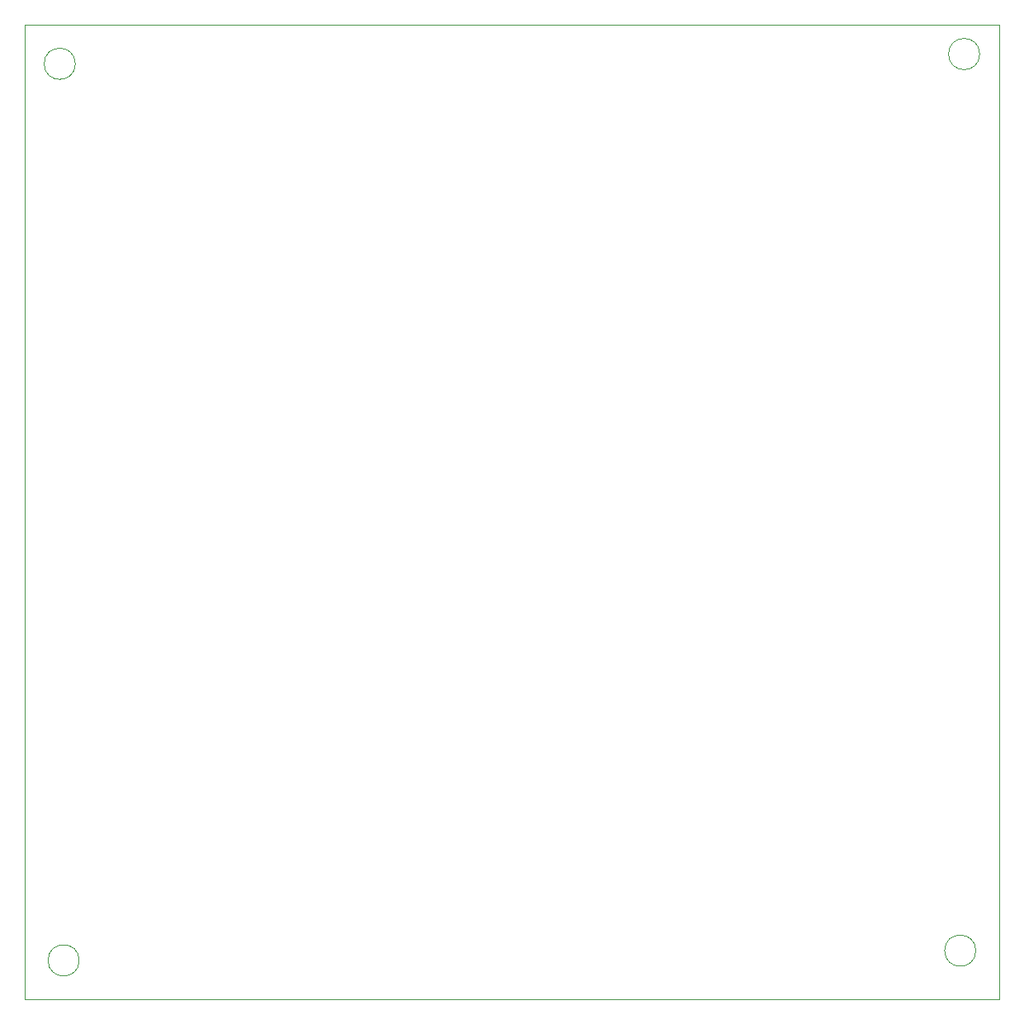
<source format=gm1>
%TF.GenerationSoftware,KiCad,Pcbnew,8.0.8*%
%TF.CreationDate,2025-06-29T12:55:01+09:00*%
%TF.ProjectId,VCOSeparate,56434f53-6570-4617-9261-74652e6b6963,rev?*%
%TF.SameCoordinates,Original*%
%TF.FileFunction,Profile,NP*%
%FSLAX46Y46*%
G04 Gerber Fmt 4.6, Leading zero omitted, Abs format (unit mm)*
G04 Created by KiCad (PCBNEW 8.0.8) date 2025-06-29 12:55:01*
%MOMM*%
%LPD*%
G01*
G04 APERTURE LIST*
%TA.AperFunction,Profile*%
%ADD10C,0.050000*%
%TD*%
G04 APERTURE END LIST*
D10*
X140000000Y-51000000D02*
X240000000Y-51000000D01*
X240000000Y-151000000D01*
X140000000Y-151000000D01*
X140000000Y-51000000D01*
X145200000Y-55000000D02*
G75*
G02*
X142000000Y-55000000I-1600000J0D01*
G01*
X142000000Y-55000000D02*
G75*
G02*
X145200000Y-55000000I1600000J0D01*
G01*
X238000000Y-54000000D02*
G75*
G02*
X234800000Y-54000000I-1600000J0D01*
G01*
X234800000Y-54000000D02*
G75*
G02*
X238000000Y-54000000I1600000J0D01*
G01*
X237600000Y-146000000D02*
G75*
G02*
X234400000Y-146000000I-1600000J0D01*
G01*
X234400000Y-146000000D02*
G75*
G02*
X237600000Y-146000000I1600000J0D01*
G01*
X145600000Y-147000000D02*
G75*
G02*
X142400000Y-147000000I-1600000J0D01*
G01*
X142400000Y-147000000D02*
G75*
G02*
X145600000Y-147000000I1600000J0D01*
G01*
M02*

</source>
